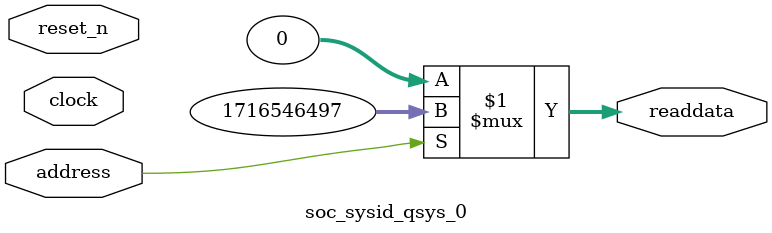
<source format=v>



// synthesis translate_off
`timescale 1ns / 1ps
// synthesis translate_on

// turn off superfluous verilog processor warnings 
// altera message_level Level1 
// altera message_off 10034 10035 10036 10037 10230 10240 10030 

module soc_sysid_qsys_0 (
               // inputs:
                address,
                clock,
                reset_n,

               // outputs:
                readdata
             )
;

  output  [ 31: 0] readdata;
  input            address;
  input            clock;
  input            reset_n;

  wire    [ 31: 0] readdata;
  //control_slave, which is an e_avalon_slave
  assign readdata = address ? 1716546497 : 0;

endmodule



</source>
